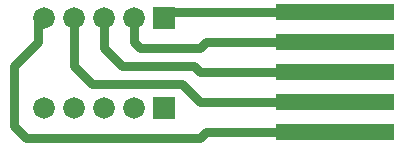
<source format=gtl>
G04*
G04 #@! TF.GenerationSoftware,Altium Limited,Altium Designer,20.0.13 (296)*
G04*
G04 Layer_Physical_Order=1*
G04 Layer_Color=255*
%FSLAX23Y23*%
%MOIN*%
G70*
G01*
G75*
%ADD12R,0.394X0.055*%
%ADD16C,0.030*%
%ADD17C,0.072*%
%ADD18R,0.072X0.072*%
D12*
X3470Y3920D02*
D03*
X3470Y3820D02*
D03*
X3470Y3720D02*
D03*
X3470Y3620D02*
D03*
X3470Y3520D02*
D03*
D16*
X2480Y3880D02*
X2500Y3900D01*
X2480Y3820D02*
X2480Y3880D01*
X2400Y3740D02*
X2480Y3820D01*
X2400Y3540D02*
X2400Y3740D01*
X2400Y3540D02*
X2440Y3500D01*
X2460Y3500D01*
X3020Y3500D01*
X3040Y3520D01*
X3440Y3520D01*
X2600Y3740D02*
X2600Y3900D01*
X2600Y3740D02*
X2660Y3680D01*
X2960Y3680D01*
X3020Y3620D01*
X3440Y3620D01*
X2700Y3800D02*
X2700Y3900D01*
X2700Y3800D02*
X2760Y3740D01*
X3000Y3740D01*
X3020Y3720D01*
X3420Y3720D01*
X2800Y3820D02*
X2800Y3900D01*
X2800Y3820D02*
X2820Y3800D01*
X3020Y3800D01*
X3040Y3820D01*
X3440Y3820D01*
X2920Y3920D02*
X3460Y3920D01*
D17*
X2500Y3600D02*
D03*
X2600Y3600D02*
D03*
X2700Y3600D02*
D03*
X2800Y3600D02*
D03*
X2500Y3900D02*
D03*
X2600Y3900D02*
D03*
X2700Y3900D02*
D03*
X2800Y3900D02*
D03*
D18*
X2900Y3600D02*
D03*
X2900Y3900D02*
D03*
M02*

</source>
